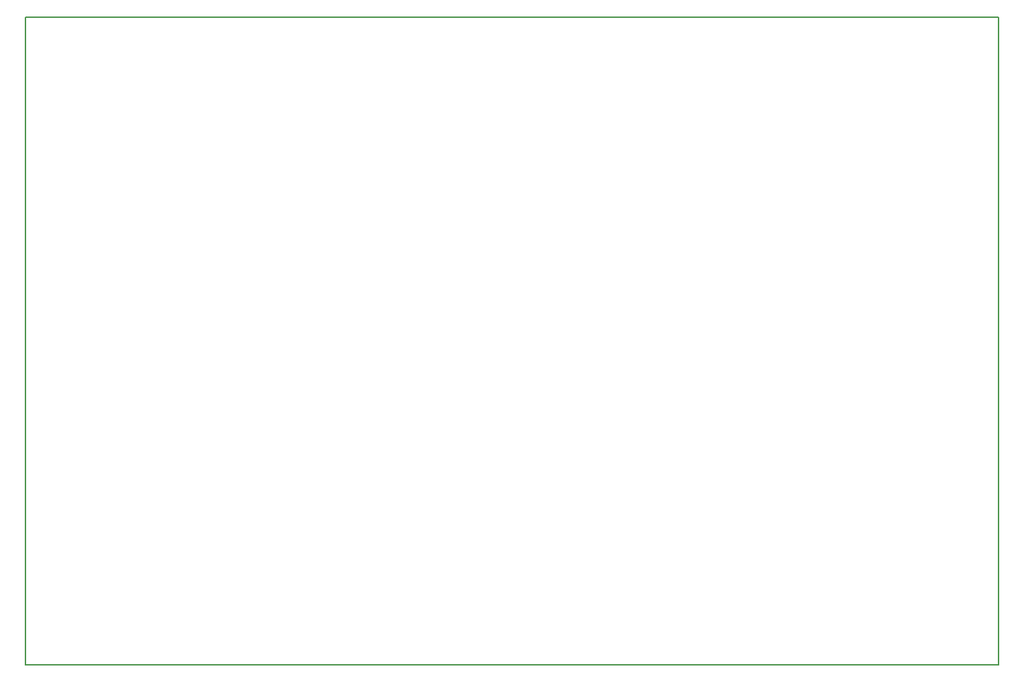
<source format=gbo>
G04 MADE WITH FRITZING*
G04 WWW.FRITZING.ORG*
G04 DOUBLE SIDED*
G04 HOLES PLATED*
G04 CONTOUR ON CENTER OF CONTOUR VECTOR*
%ASAXBY*%
%FSLAX23Y23*%
%MOIN*%
%OFA0B0*%
%SFA1.0B1.0*%
%ADD10R,4.724420X3.149610X4.708420X3.133610*%
%ADD11C,0.008000*%
%LNSILK0*%
G90*
G70*
G54D11*
X4Y3146D02*
X4720Y3146D01*
X4720Y4D01*
X4Y4D01*
X4Y3146D01*
D02*
G04 End of Silk0*
M02*
</source>
